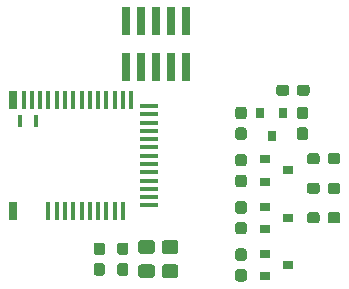
<source format=gtp>
G04 #@! TF.GenerationSoftware,KiCad,Pcbnew,(5.1.2-1)-1*
G04 #@! TF.CreationDate,2019-08-31T04:18:35+09:00*
G04 #@! TF.ProjectId,Schematic,53636865-6d61-4746-9963-2e6b69636164,rev?*
G04 #@! TF.SameCoordinates,Original*
G04 #@! TF.FileFunction,Paste,Top*
G04 #@! TF.FilePolarity,Positive*
%FSLAX46Y46*%
G04 Gerber Fmt 4.6, Leading zero omitted, Abs format (unit mm)*
G04 Created by KiCad (PCBNEW (5.1.2-1)-1) date 2019-08-31 04:18:35*
%MOMM*%
%LPD*%
G04 APERTURE LIST*
%ADD10R,0.800000X1.600000*%
%ADD11R,1.600000X0.400000*%
%ADD12R,0.400000X1.600000*%
%ADD13R,0.400000X1.000000*%
%ADD14C,0.100000*%
%ADD15C,0.950000*%
%ADD16R,0.800000X0.900000*%
%ADD17R,0.900000X0.800000*%
%ADD18C,1.150000*%
%ADD19R,0.740000X2.400000*%
G04 APERTURE END LIST*
D10*
X90700000Y-80950000D03*
D11*
X102200000Y-80450000D03*
D12*
X100700000Y-71550000D03*
D10*
X90700000Y-71550000D03*
D13*
X91250000Y-73350000D03*
X92650000Y-73350000D03*
D11*
X102200000Y-79750000D03*
X102200000Y-79050000D03*
X102200000Y-78350000D03*
X102200000Y-77650000D03*
X102200000Y-76950000D03*
X102200000Y-76250000D03*
X102200000Y-75550000D03*
X102200000Y-74850000D03*
X102200000Y-74150000D03*
X102200000Y-73450000D03*
X102200000Y-72750000D03*
X102200000Y-72050000D03*
D12*
X100000000Y-71550000D03*
X99300000Y-71550000D03*
X98600000Y-71550000D03*
X97900000Y-71550000D03*
X97200000Y-71550000D03*
X96500000Y-71550000D03*
X95800000Y-71550000D03*
X95100000Y-71550000D03*
X94400000Y-71550000D03*
X93700000Y-71550000D03*
X93000000Y-71550000D03*
X92300000Y-71550000D03*
X91600000Y-71550000D03*
X93700000Y-80950000D03*
X94400000Y-80950000D03*
X95100000Y-80950000D03*
X95800000Y-80950000D03*
X96500000Y-80950000D03*
X97200000Y-80950000D03*
X97900000Y-80950000D03*
X98600000Y-80950000D03*
X99300000Y-80950000D03*
X100000000Y-80950000D03*
D14*
G36*
X115585779Y-70226144D02*
G01*
X115608834Y-70229563D01*
X115631443Y-70235227D01*
X115653387Y-70243079D01*
X115674457Y-70253044D01*
X115694448Y-70265026D01*
X115713168Y-70278910D01*
X115730438Y-70294562D01*
X115746090Y-70311832D01*
X115759974Y-70330552D01*
X115771956Y-70350543D01*
X115781921Y-70371613D01*
X115789773Y-70393557D01*
X115795437Y-70416166D01*
X115798856Y-70439221D01*
X115800000Y-70462500D01*
X115800000Y-70937500D01*
X115798856Y-70960779D01*
X115795437Y-70983834D01*
X115789773Y-71006443D01*
X115781921Y-71028387D01*
X115771956Y-71049457D01*
X115759974Y-71069448D01*
X115746090Y-71088168D01*
X115730438Y-71105438D01*
X115713168Y-71121090D01*
X115694448Y-71134974D01*
X115674457Y-71146956D01*
X115653387Y-71156921D01*
X115631443Y-71164773D01*
X115608834Y-71170437D01*
X115585779Y-71173856D01*
X115562500Y-71175000D01*
X114987500Y-71175000D01*
X114964221Y-71173856D01*
X114941166Y-71170437D01*
X114918557Y-71164773D01*
X114896613Y-71156921D01*
X114875543Y-71146956D01*
X114855552Y-71134974D01*
X114836832Y-71121090D01*
X114819562Y-71105438D01*
X114803910Y-71088168D01*
X114790026Y-71069448D01*
X114778044Y-71049457D01*
X114768079Y-71028387D01*
X114760227Y-71006443D01*
X114754563Y-70983834D01*
X114751144Y-70960779D01*
X114750000Y-70937500D01*
X114750000Y-70462500D01*
X114751144Y-70439221D01*
X114754563Y-70416166D01*
X114760227Y-70393557D01*
X114768079Y-70371613D01*
X114778044Y-70350543D01*
X114790026Y-70330552D01*
X114803910Y-70311832D01*
X114819562Y-70294562D01*
X114836832Y-70278910D01*
X114855552Y-70265026D01*
X114875543Y-70253044D01*
X114896613Y-70243079D01*
X114918557Y-70235227D01*
X114941166Y-70229563D01*
X114964221Y-70226144D01*
X114987500Y-70225000D01*
X115562500Y-70225000D01*
X115585779Y-70226144D01*
X115585779Y-70226144D01*
G37*
D15*
X115275000Y-70700000D03*
D14*
G36*
X113835779Y-70226144D02*
G01*
X113858834Y-70229563D01*
X113881443Y-70235227D01*
X113903387Y-70243079D01*
X113924457Y-70253044D01*
X113944448Y-70265026D01*
X113963168Y-70278910D01*
X113980438Y-70294562D01*
X113996090Y-70311832D01*
X114009974Y-70330552D01*
X114021956Y-70350543D01*
X114031921Y-70371613D01*
X114039773Y-70393557D01*
X114045437Y-70416166D01*
X114048856Y-70439221D01*
X114050000Y-70462500D01*
X114050000Y-70937500D01*
X114048856Y-70960779D01*
X114045437Y-70983834D01*
X114039773Y-71006443D01*
X114031921Y-71028387D01*
X114021956Y-71049457D01*
X114009974Y-71069448D01*
X113996090Y-71088168D01*
X113980438Y-71105438D01*
X113963168Y-71121090D01*
X113944448Y-71134974D01*
X113924457Y-71146956D01*
X113903387Y-71156921D01*
X113881443Y-71164773D01*
X113858834Y-71170437D01*
X113835779Y-71173856D01*
X113812500Y-71175000D01*
X113237500Y-71175000D01*
X113214221Y-71173856D01*
X113191166Y-71170437D01*
X113168557Y-71164773D01*
X113146613Y-71156921D01*
X113125543Y-71146956D01*
X113105552Y-71134974D01*
X113086832Y-71121090D01*
X113069562Y-71105438D01*
X113053910Y-71088168D01*
X113040026Y-71069448D01*
X113028044Y-71049457D01*
X113018079Y-71028387D01*
X113010227Y-71006443D01*
X113004563Y-70983834D01*
X113001144Y-70960779D01*
X113000000Y-70937500D01*
X113000000Y-70462500D01*
X113001144Y-70439221D01*
X113004563Y-70416166D01*
X113010227Y-70393557D01*
X113018079Y-70371613D01*
X113028044Y-70350543D01*
X113040026Y-70330552D01*
X113053910Y-70311832D01*
X113069562Y-70294562D01*
X113086832Y-70278910D01*
X113105552Y-70265026D01*
X113125543Y-70253044D01*
X113146613Y-70243079D01*
X113168557Y-70235227D01*
X113191166Y-70229563D01*
X113214221Y-70226144D01*
X113237500Y-70225000D01*
X113812500Y-70225000D01*
X113835779Y-70226144D01*
X113835779Y-70226144D01*
G37*
D15*
X113525000Y-70700000D03*
D16*
X112600000Y-74600000D03*
X111650000Y-72600000D03*
X113550000Y-72600000D03*
D14*
G36*
X98260779Y-85351144D02*
G01*
X98283834Y-85354563D01*
X98306443Y-85360227D01*
X98328387Y-85368079D01*
X98349457Y-85378044D01*
X98369448Y-85390026D01*
X98388168Y-85403910D01*
X98405438Y-85419562D01*
X98421090Y-85436832D01*
X98434974Y-85455552D01*
X98446956Y-85475543D01*
X98456921Y-85496613D01*
X98464773Y-85518557D01*
X98470437Y-85541166D01*
X98473856Y-85564221D01*
X98475000Y-85587500D01*
X98475000Y-86162500D01*
X98473856Y-86185779D01*
X98470437Y-86208834D01*
X98464773Y-86231443D01*
X98456921Y-86253387D01*
X98446956Y-86274457D01*
X98434974Y-86294448D01*
X98421090Y-86313168D01*
X98405438Y-86330438D01*
X98388168Y-86346090D01*
X98369448Y-86359974D01*
X98349457Y-86371956D01*
X98328387Y-86381921D01*
X98306443Y-86389773D01*
X98283834Y-86395437D01*
X98260779Y-86398856D01*
X98237500Y-86400000D01*
X97762500Y-86400000D01*
X97739221Y-86398856D01*
X97716166Y-86395437D01*
X97693557Y-86389773D01*
X97671613Y-86381921D01*
X97650543Y-86371956D01*
X97630552Y-86359974D01*
X97611832Y-86346090D01*
X97594562Y-86330438D01*
X97578910Y-86313168D01*
X97565026Y-86294448D01*
X97553044Y-86274457D01*
X97543079Y-86253387D01*
X97535227Y-86231443D01*
X97529563Y-86208834D01*
X97526144Y-86185779D01*
X97525000Y-86162500D01*
X97525000Y-85587500D01*
X97526144Y-85564221D01*
X97529563Y-85541166D01*
X97535227Y-85518557D01*
X97543079Y-85496613D01*
X97553044Y-85475543D01*
X97565026Y-85455552D01*
X97578910Y-85436832D01*
X97594562Y-85419562D01*
X97611832Y-85403910D01*
X97630552Y-85390026D01*
X97650543Y-85378044D01*
X97671613Y-85368079D01*
X97693557Y-85360227D01*
X97716166Y-85354563D01*
X97739221Y-85351144D01*
X97762500Y-85350000D01*
X98237500Y-85350000D01*
X98260779Y-85351144D01*
X98260779Y-85351144D01*
G37*
D15*
X98000000Y-85875000D03*
D14*
G36*
X98260779Y-83601144D02*
G01*
X98283834Y-83604563D01*
X98306443Y-83610227D01*
X98328387Y-83618079D01*
X98349457Y-83628044D01*
X98369448Y-83640026D01*
X98388168Y-83653910D01*
X98405438Y-83669562D01*
X98421090Y-83686832D01*
X98434974Y-83705552D01*
X98446956Y-83725543D01*
X98456921Y-83746613D01*
X98464773Y-83768557D01*
X98470437Y-83791166D01*
X98473856Y-83814221D01*
X98475000Y-83837500D01*
X98475000Y-84412500D01*
X98473856Y-84435779D01*
X98470437Y-84458834D01*
X98464773Y-84481443D01*
X98456921Y-84503387D01*
X98446956Y-84524457D01*
X98434974Y-84544448D01*
X98421090Y-84563168D01*
X98405438Y-84580438D01*
X98388168Y-84596090D01*
X98369448Y-84609974D01*
X98349457Y-84621956D01*
X98328387Y-84631921D01*
X98306443Y-84639773D01*
X98283834Y-84645437D01*
X98260779Y-84648856D01*
X98237500Y-84650000D01*
X97762500Y-84650000D01*
X97739221Y-84648856D01*
X97716166Y-84645437D01*
X97693557Y-84639773D01*
X97671613Y-84631921D01*
X97650543Y-84621956D01*
X97630552Y-84609974D01*
X97611832Y-84596090D01*
X97594562Y-84580438D01*
X97578910Y-84563168D01*
X97565026Y-84544448D01*
X97553044Y-84524457D01*
X97543079Y-84503387D01*
X97535227Y-84481443D01*
X97529563Y-84458834D01*
X97526144Y-84435779D01*
X97525000Y-84412500D01*
X97525000Y-83837500D01*
X97526144Y-83814221D01*
X97529563Y-83791166D01*
X97535227Y-83768557D01*
X97543079Y-83746613D01*
X97553044Y-83725543D01*
X97565026Y-83705552D01*
X97578910Y-83686832D01*
X97594562Y-83669562D01*
X97611832Y-83653910D01*
X97630552Y-83640026D01*
X97650543Y-83628044D01*
X97671613Y-83618079D01*
X97693557Y-83610227D01*
X97716166Y-83604563D01*
X97739221Y-83601144D01*
X97762500Y-83600000D01*
X98237500Y-83600000D01*
X98260779Y-83601144D01*
X98260779Y-83601144D01*
G37*
D15*
X98000000Y-84125000D03*
D14*
G36*
X110260779Y-73851144D02*
G01*
X110283834Y-73854563D01*
X110306443Y-73860227D01*
X110328387Y-73868079D01*
X110349457Y-73878044D01*
X110369448Y-73890026D01*
X110388168Y-73903910D01*
X110405438Y-73919562D01*
X110421090Y-73936832D01*
X110434974Y-73955552D01*
X110446956Y-73975543D01*
X110456921Y-73996613D01*
X110464773Y-74018557D01*
X110470437Y-74041166D01*
X110473856Y-74064221D01*
X110475000Y-74087500D01*
X110475000Y-74662500D01*
X110473856Y-74685779D01*
X110470437Y-74708834D01*
X110464773Y-74731443D01*
X110456921Y-74753387D01*
X110446956Y-74774457D01*
X110434974Y-74794448D01*
X110421090Y-74813168D01*
X110405438Y-74830438D01*
X110388168Y-74846090D01*
X110369448Y-74859974D01*
X110349457Y-74871956D01*
X110328387Y-74881921D01*
X110306443Y-74889773D01*
X110283834Y-74895437D01*
X110260779Y-74898856D01*
X110237500Y-74900000D01*
X109762500Y-74900000D01*
X109739221Y-74898856D01*
X109716166Y-74895437D01*
X109693557Y-74889773D01*
X109671613Y-74881921D01*
X109650543Y-74871956D01*
X109630552Y-74859974D01*
X109611832Y-74846090D01*
X109594562Y-74830438D01*
X109578910Y-74813168D01*
X109565026Y-74794448D01*
X109553044Y-74774457D01*
X109543079Y-74753387D01*
X109535227Y-74731443D01*
X109529563Y-74708834D01*
X109526144Y-74685779D01*
X109525000Y-74662500D01*
X109525000Y-74087500D01*
X109526144Y-74064221D01*
X109529563Y-74041166D01*
X109535227Y-74018557D01*
X109543079Y-73996613D01*
X109553044Y-73975543D01*
X109565026Y-73955552D01*
X109578910Y-73936832D01*
X109594562Y-73919562D01*
X109611832Y-73903910D01*
X109630552Y-73890026D01*
X109650543Y-73878044D01*
X109671613Y-73868079D01*
X109693557Y-73860227D01*
X109716166Y-73854563D01*
X109739221Y-73851144D01*
X109762500Y-73850000D01*
X110237500Y-73850000D01*
X110260779Y-73851144D01*
X110260779Y-73851144D01*
G37*
D15*
X110000000Y-74375000D03*
D14*
G36*
X110260779Y-72101144D02*
G01*
X110283834Y-72104563D01*
X110306443Y-72110227D01*
X110328387Y-72118079D01*
X110349457Y-72128044D01*
X110369448Y-72140026D01*
X110388168Y-72153910D01*
X110405438Y-72169562D01*
X110421090Y-72186832D01*
X110434974Y-72205552D01*
X110446956Y-72225543D01*
X110456921Y-72246613D01*
X110464773Y-72268557D01*
X110470437Y-72291166D01*
X110473856Y-72314221D01*
X110475000Y-72337500D01*
X110475000Y-72912500D01*
X110473856Y-72935779D01*
X110470437Y-72958834D01*
X110464773Y-72981443D01*
X110456921Y-73003387D01*
X110446956Y-73024457D01*
X110434974Y-73044448D01*
X110421090Y-73063168D01*
X110405438Y-73080438D01*
X110388168Y-73096090D01*
X110369448Y-73109974D01*
X110349457Y-73121956D01*
X110328387Y-73131921D01*
X110306443Y-73139773D01*
X110283834Y-73145437D01*
X110260779Y-73148856D01*
X110237500Y-73150000D01*
X109762500Y-73150000D01*
X109739221Y-73148856D01*
X109716166Y-73145437D01*
X109693557Y-73139773D01*
X109671613Y-73131921D01*
X109650543Y-73121956D01*
X109630552Y-73109974D01*
X109611832Y-73096090D01*
X109594562Y-73080438D01*
X109578910Y-73063168D01*
X109565026Y-73044448D01*
X109553044Y-73024457D01*
X109543079Y-73003387D01*
X109535227Y-72981443D01*
X109529563Y-72958834D01*
X109526144Y-72935779D01*
X109525000Y-72912500D01*
X109525000Y-72337500D01*
X109526144Y-72314221D01*
X109529563Y-72291166D01*
X109535227Y-72268557D01*
X109543079Y-72246613D01*
X109553044Y-72225543D01*
X109565026Y-72205552D01*
X109578910Y-72186832D01*
X109594562Y-72169562D01*
X109611832Y-72153910D01*
X109630552Y-72140026D01*
X109650543Y-72128044D01*
X109671613Y-72118079D01*
X109693557Y-72110227D01*
X109716166Y-72104563D01*
X109739221Y-72101144D01*
X109762500Y-72100000D01*
X110237500Y-72100000D01*
X110260779Y-72101144D01*
X110260779Y-72101144D01*
G37*
D15*
X110000000Y-72625000D03*
D14*
G36*
X115460779Y-73851144D02*
G01*
X115483834Y-73854563D01*
X115506443Y-73860227D01*
X115528387Y-73868079D01*
X115549457Y-73878044D01*
X115569448Y-73890026D01*
X115588168Y-73903910D01*
X115605438Y-73919562D01*
X115621090Y-73936832D01*
X115634974Y-73955552D01*
X115646956Y-73975543D01*
X115656921Y-73996613D01*
X115664773Y-74018557D01*
X115670437Y-74041166D01*
X115673856Y-74064221D01*
X115675000Y-74087500D01*
X115675000Y-74662500D01*
X115673856Y-74685779D01*
X115670437Y-74708834D01*
X115664773Y-74731443D01*
X115656921Y-74753387D01*
X115646956Y-74774457D01*
X115634974Y-74794448D01*
X115621090Y-74813168D01*
X115605438Y-74830438D01*
X115588168Y-74846090D01*
X115569448Y-74859974D01*
X115549457Y-74871956D01*
X115528387Y-74881921D01*
X115506443Y-74889773D01*
X115483834Y-74895437D01*
X115460779Y-74898856D01*
X115437500Y-74900000D01*
X114962500Y-74900000D01*
X114939221Y-74898856D01*
X114916166Y-74895437D01*
X114893557Y-74889773D01*
X114871613Y-74881921D01*
X114850543Y-74871956D01*
X114830552Y-74859974D01*
X114811832Y-74846090D01*
X114794562Y-74830438D01*
X114778910Y-74813168D01*
X114765026Y-74794448D01*
X114753044Y-74774457D01*
X114743079Y-74753387D01*
X114735227Y-74731443D01*
X114729563Y-74708834D01*
X114726144Y-74685779D01*
X114725000Y-74662500D01*
X114725000Y-74087500D01*
X114726144Y-74064221D01*
X114729563Y-74041166D01*
X114735227Y-74018557D01*
X114743079Y-73996613D01*
X114753044Y-73975543D01*
X114765026Y-73955552D01*
X114778910Y-73936832D01*
X114794562Y-73919562D01*
X114811832Y-73903910D01*
X114830552Y-73890026D01*
X114850543Y-73878044D01*
X114871613Y-73868079D01*
X114893557Y-73860227D01*
X114916166Y-73854563D01*
X114939221Y-73851144D01*
X114962500Y-73850000D01*
X115437500Y-73850000D01*
X115460779Y-73851144D01*
X115460779Y-73851144D01*
G37*
D15*
X115200000Y-74375000D03*
D14*
G36*
X115460779Y-72101144D02*
G01*
X115483834Y-72104563D01*
X115506443Y-72110227D01*
X115528387Y-72118079D01*
X115549457Y-72128044D01*
X115569448Y-72140026D01*
X115588168Y-72153910D01*
X115605438Y-72169562D01*
X115621090Y-72186832D01*
X115634974Y-72205552D01*
X115646956Y-72225543D01*
X115656921Y-72246613D01*
X115664773Y-72268557D01*
X115670437Y-72291166D01*
X115673856Y-72314221D01*
X115675000Y-72337500D01*
X115675000Y-72912500D01*
X115673856Y-72935779D01*
X115670437Y-72958834D01*
X115664773Y-72981443D01*
X115656921Y-73003387D01*
X115646956Y-73024457D01*
X115634974Y-73044448D01*
X115621090Y-73063168D01*
X115605438Y-73080438D01*
X115588168Y-73096090D01*
X115569448Y-73109974D01*
X115549457Y-73121956D01*
X115528387Y-73131921D01*
X115506443Y-73139773D01*
X115483834Y-73145437D01*
X115460779Y-73148856D01*
X115437500Y-73150000D01*
X114962500Y-73150000D01*
X114939221Y-73148856D01*
X114916166Y-73145437D01*
X114893557Y-73139773D01*
X114871613Y-73131921D01*
X114850543Y-73121956D01*
X114830552Y-73109974D01*
X114811832Y-73096090D01*
X114794562Y-73080438D01*
X114778910Y-73063168D01*
X114765026Y-73044448D01*
X114753044Y-73024457D01*
X114743079Y-73003387D01*
X114735227Y-72981443D01*
X114729563Y-72958834D01*
X114726144Y-72935779D01*
X114725000Y-72912500D01*
X114725000Y-72337500D01*
X114726144Y-72314221D01*
X114729563Y-72291166D01*
X114735227Y-72268557D01*
X114743079Y-72246613D01*
X114753044Y-72225543D01*
X114765026Y-72205552D01*
X114778910Y-72186832D01*
X114794562Y-72169562D01*
X114811832Y-72153910D01*
X114830552Y-72140026D01*
X114850543Y-72128044D01*
X114871613Y-72118079D01*
X114893557Y-72110227D01*
X114916166Y-72104563D01*
X114939221Y-72101144D01*
X114962500Y-72100000D01*
X115437500Y-72100000D01*
X115460779Y-72101144D01*
X115460779Y-72101144D01*
G37*
D15*
X115200000Y-72625000D03*
D14*
G36*
X118185779Y-81026144D02*
G01*
X118208834Y-81029563D01*
X118231443Y-81035227D01*
X118253387Y-81043079D01*
X118274457Y-81053044D01*
X118294448Y-81065026D01*
X118313168Y-81078910D01*
X118330438Y-81094562D01*
X118346090Y-81111832D01*
X118359974Y-81130552D01*
X118371956Y-81150543D01*
X118381921Y-81171613D01*
X118389773Y-81193557D01*
X118395437Y-81216166D01*
X118398856Y-81239221D01*
X118400000Y-81262500D01*
X118400000Y-81737500D01*
X118398856Y-81760779D01*
X118395437Y-81783834D01*
X118389773Y-81806443D01*
X118381921Y-81828387D01*
X118371956Y-81849457D01*
X118359974Y-81869448D01*
X118346090Y-81888168D01*
X118330438Y-81905438D01*
X118313168Y-81921090D01*
X118294448Y-81934974D01*
X118274457Y-81946956D01*
X118253387Y-81956921D01*
X118231443Y-81964773D01*
X118208834Y-81970437D01*
X118185779Y-81973856D01*
X118162500Y-81975000D01*
X117587500Y-81975000D01*
X117564221Y-81973856D01*
X117541166Y-81970437D01*
X117518557Y-81964773D01*
X117496613Y-81956921D01*
X117475543Y-81946956D01*
X117455552Y-81934974D01*
X117436832Y-81921090D01*
X117419562Y-81905438D01*
X117403910Y-81888168D01*
X117390026Y-81869448D01*
X117378044Y-81849457D01*
X117368079Y-81828387D01*
X117360227Y-81806443D01*
X117354563Y-81783834D01*
X117351144Y-81760779D01*
X117350000Y-81737500D01*
X117350000Y-81262500D01*
X117351144Y-81239221D01*
X117354563Y-81216166D01*
X117360227Y-81193557D01*
X117368079Y-81171613D01*
X117378044Y-81150543D01*
X117390026Y-81130552D01*
X117403910Y-81111832D01*
X117419562Y-81094562D01*
X117436832Y-81078910D01*
X117455552Y-81065026D01*
X117475543Y-81053044D01*
X117496613Y-81043079D01*
X117518557Y-81035227D01*
X117541166Y-81029563D01*
X117564221Y-81026144D01*
X117587500Y-81025000D01*
X118162500Y-81025000D01*
X118185779Y-81026144D01*
X118185779Y-81026144D01*
G37*
D15*
X117875000Y-81500000D03*
D14*
G36*
X116435779Y-81026144D02*
G01*
X116458834Y-81029563D01*
X116481443Y-81035227D01*
X116503387Y-81043079D01*
X116524457Y-81053044D01*
X116544448Y-81065026D01*
X116563168Y-81078910D01*
X116580438Y-81094562D01*
X116596090Y-81111832D01*
X116609974Y-81130552D01*
X116621956Y-81150543D01*
X116631921Y-81171613D01*
X116639773Y-81193557D01*
X116645437Y-81216166D01*
X116648856Y-81239221D01*
X116650000Y-81262500D01*
X116650000Y-81737500D01*
X116648856Y-81760779D01*
X116645437Y-81783834D01*
X116639773Y-81806443D01*
X116631921Y-81828387D01*
X116621956Y-81849457D01*
X116609974Y-81869448D01*
X116596090Y-81888168D01*
X116580438Y-81905438D01*
X116563168Y-81921090D01*
X116544448Y-81934974D01*
X116524457Y-81946956D01*
X116503387Y-81956921D01*
X116481443Y-81964773D01*
X116458834Y-81970437D01*
X116435779Y-81973856D01*
X116412500Y-81975000D01*
X115837500Y-81975000D01*
X115814221Y-81973856D01*
X115791166Y-81970437D01*
X115768557Y-81964773D01*
X115746613Y-81956921D01*
X115725543Y-81946956D01*
X115705552Y-81934974D01*
X115686832Y-81921090D01*
X115669562Y-81905438D01*
X115653910Y-81888168D01*
X115640026Y-81869448D01*
X115628044Y-81849457D01*
X115618079Y-81828387D01*
X115610227Y-81806443D01*
X115604563Y-81783834D01*
X115601144Y-81760779D01*
X115600000Y-81737500D01*
X115600000Y-81262500D01*
X115601144Y-81239221D01*
X115604563Y-81216166D01*
X115610227Y-81193557D01*
X115618079Y-81171613D01*
X115628044Y-81150543D01*
X115640026Y-81130552D01*
X115653910Y-81111832D01*
X115669562Y-81094562D01*
X115686832Y-81078910D01*
X115705552Y-81065026D01*
X115725543Y-81053044D01*
X115746613Y-81043079D01*
X115768557Y-81035227D01*
X115791166Y-81029563D01*
X115814221Y-81026144D01*
X115837500Y-81025000D01*
X116412500Y-81025000D01*
X116435779Y-81026144D01*
X116435779Y-81026144D01*
G37*
D15*
X116125000Y-81500000D03*
D14*
G36*
X118185779Y-78526144D02*
G01*
X118208834Y-78529563D01*
X118231443Y-78535227D01*
X118253387Y-78543079D01*
X118274457Y-78553044D01*
X118294448Y-78565026D01*
X118313168Y-78578910D01*
X118330438Y-78594562D01*
X118346090Y-78611832D01*
X118359974Y-78630552D01*
X118371956Y-78650543D01*
X118381921Y-78671613D01*
X118389773Y-78693557D01*
X118395437Y-78716166D01*
X118398856Y-78739221D01*
X118400000Y-78762500D01*
X118400000Y-79237500D01*
X118398856Y-79260779D01*
X118395437Y-79283834D01*
X118389773Y-79306443D01*
X118381921Y-79328387D01*
X118371956Y-79349457D01*
X118359974Y-79369448D01*
X118346090Y-79388168D01*
X118330438Y-79405438D01*
X118313168Y-79421090D01*
X118294448Y-79434974D01*
X118274457Y-79446956D01*
X118253387Y-79456921D01*
X118231443Y-79464773D01*
X118208834Y-79470437D01*
X118185779Y-79473856D01*
X118162500Y-79475000D01*
X117587500Y-79475000D01*
X117564221Y-79473856D01*
X117541166Y-79470437D01*
X117518557Y-79464773D01*
X117496613Y-79456921D01*
X117475543Y-79446956D01*
X117455552Y-79434974D01*
X117436832Y-79421090D01*
X117419562Y-79405438D01*
X117403910Y-79388168D01*
X117390026Y-79369448D01*
X117378044Y-79349457D01*
X117368079Y-79328387D01*
X117360227Y-79306443D01*
X117354563Y-79283834D01*
X117351144Y-79260779D01*
X117350000Y-79237500D01*
X117350000Y-78762500D01*
X117351144Y-78739221D01*
X117354563Y-78716166D01*
X117360227Y-78693557D01*
X117368079Y-78671613D01*
X117378044Y-78650543D01*
X117390026Y-78630552D01*
X117403910Y-78611832D01*
X117419562Y-78594562D01*
X117436832Y-78578910D01*
X117455552Y-78565026D01*
X117475543Y-78553044D01*
X117496613Y-78543079D01*
X117518557Y-78535227D01*
X117541166Y-78529563D01*
X117564221Y-78526144D01*
X117587500Y-78525000D01*
X118162500Y-78525000D01*
X118185779Y-78526144D01*
X118185779Y-78526144D01*
G37*
D15*
X117875000Y-79000000D03*
D14*
G36*
X116435779Y-78526144D02*
G01*
X116458834Y-78529563D01*
X116481443Y-78535227D01*
X116503387Y-78543079D01*
X116524457Y-78553044D01*
X116544448Y-78565026D01*
X116563168Y-78578910D01*
X116580438Y-78594562D01*
X116596090Y-78611832D01*
X116609974Y-78630552D01*
X116621956Y-78650543D01*
X116631921Y-78671613D01*
X116639773Y-78693557D01*
X116645437Y-78716166D01*
X116648856Y-78739221D01*
X116650000Y-78762500D01*
X116650000Y-79237500D01*
X116648856Y-79260779D01*
X116645437Y-79283834D01*
X116639773Y-79306443D01*
X116631921Y-79328387D01*
X116621956Y-79349457D01*
X116609974Y-79369448D01*
X116596090Y-79388168D01*
X116580438Y-79405438D01*
X116563168Y-79421090D01*
X116544448Y-79434974D01*
X116524457Y-79446956D01*
X116503387Y-79456921D01*
X116481443Y-79464773D01*
X116458834Y-79470437D01*
X116435779Y-79473856D01*
X116412500Y-79475000D01*
X115837500Y-79475000D01*
X115814221Y-79473856D01*
X115791166Y-79470437D01*
X115768557Y-79464773D01*
X115746613Y-79456921D01*
X115725543Y-79446956D01*
X115705552Y-79434974D01*
X115686832Y-79421090D01*
X115669562Y-79405438D01*
X115653910Y-79388168D01*
X115640026Y-79369448D01*
X115628044Y-79349457D01*
X115618079Y-79328387D01*
X115610227Y-79306443D01*
X115604563Y-79283834D01*
X115601144Y-79260779D01*
X115600000Y-79237500D01*
X115600000Y-78762500D01*
X115601144Y-78739221D01*
X115604563Y-78716166D01*
X115610227Y-78693557D01*
X115618079Y-78671613D01*
X115628044Y-78650543D01*
X115640026Y-78630552D01*
X115653910Y-78611832D01*
X115669562Y-78594562D01*
X115686832Y-78578910D01*
X115705552Y-78565026D01*
X115725543Y-78553044D01*
X115746613Y-78543079D01*
X115768557Y-78535227D01*
X115791166Y-78529563D01*
X115814221Y-78526144D01*
X115837500Y-78525000D01*
X116412500Y-78525000D01*
X116435779Y-78526144D01*
X116435779Y-78526144D01*
G37*
D15*
X116125000Y-79000000D03*
D14*
G36*
X118185779Y-76026144D02*
G01*
X118208834Y-76029563D01*
X118231443Y-76035227D01*
X118253387Y-76043079D01*
X118274457Y-76053044D01*
X118294448Y-76065026D01*
X118313168Y-76078910D01*
X118330438Y-76094562D01*
X118346090Y-76111832D01*
X118359974Y-76130552D01*
X118371956Y-76150543D01*
X118381921Y-76171613D01*
X118389773Y-76193557D01*
X118395437Y-76216166D01*
X118398856Y-76239221D01*
X118400000Y-76262500D01*
X118400000Y-76737500D01*
X118398856Y-76760779D01*
X118395437Y-76783834D01*
X118389773Y-76806443D01*
X118381921Y-76828387D01*
X118371956Y-76849457D01*
X118359974Y-76869448D01*
X118346090Y-76888168D01*
X118330438Y-76905438D01*
X118313168Y-76921090D01*
X118294448Y-76934974D01*
X118274457Y-76946956D01*
X118253387Y-76956921D01*
X118231443Y-76964773D01*
X118208834Y-76970437D01*
X118185779Y-76973856D01*
X118162500Y-76975000D01*
X117587500Y-76975000D01*
X117564221Y-76973856D01*
X117541166Y-76970437D01*
X117518557Y-76964773D01*
X117496613Y-76956921D01*
X117475543Y-76946956D01*
X117455552Y-76934974D01*
X117436832Y-76921090D01*
X117419562Y-76905438D01*
X117403910Y-76888168D01*
X117390026Y-76869448D01*
X117378044Y-76849457D01*
X117368079Y-76828387D01*
X117360227Y-76806443D01*
X117354563Y-76783834D01*
X117351144Y-76760779D01*
X117350000Y-76737500D01*
X117350000Y-76262500D01*
X117351144Y-76239221D01*
X117354563Y-76216166D01*
X117360227Y-76193557D01*
X117368079Y-76171613D01*
X117378044Y-76150543D01*
X117390026Y-76130552D01*
X117403910Y-76111832D01*
X117419562Y-76094562D01*
X117436832Y-76078910D01*
X117455552Y-76065026D01*
X117475543Y-76053044D01*
X117496613Y-76043079D01*
X117518557Y-76035227D01*
X117541166Y-76029563D01*
X117564221Y-76026144D01*
X117587500Y-76025000D01*
X118162500Y-76025000D01*
X118185779Y-76026144D01*
X118185779Y-76026144D01*
G37*
D15*
X117875000Y-76500000D03*
D14*
G36*
X116435779Y-76026144D02*
G01*
X116458834Y-76029563D01*
X116481443Y-76035227D01*
X116503387Y-76043079D01*
X116524457Y-76053044D01*
X116544448Y-76065026D01*
X116563168Y-76078910D01*
X116580438Y-76094562D01*
X116596090Y-76111832D01*
X116609974Y-76130552D01*
X116621956Y-76150543D01*
X116631921Y-76171613D01*
X116639773Y-76193557D01*
X116645437Y-76216166D01*
X116648856Y-76239221D01*
X116650000Y-76262500D01*
X116650000Y-76737500D01*
X116648856Y-76760779D01*
X116645437Y-76783834D01*
X116639773Y-76806443D01*
X116631921Y-76828387D01*
X116621956Y-76849457D01*
X116609974Y-76869448D01*
X116596090Y-76888168D01*
X116580438Y-76905438D01*
X116563168Y-76921090D01*
X116544448Y-76934974D01*
X116524457Y-76946956D01*
X116503387Y-76956921D01*
X116481443Y-76964773D01*
X116458834Y-76970437D01*
X116435779Y-76973856D01*
X116412500Y-76975000D01*
X115837500Y-76975000D01*
X115814221Y-76973856D01*
X115791166Y-76970437D01*
X115768557Y-76964773D01*
X115746613Y-76956921D01*
X115725543Y-76946956D01*
X115705552Y-76934974D01*
X115686832Y-76921090D01*
X115669562Y-76905438D01*
X115653910Y-76888168D01*
X115640026Y-76869448D01*
X115628044Y-76849457D01*
X115618079Y-76828387D01*
X115610227Y-76806443D01*
X115604563Y-76783834D01*
X115601144Y-76760779D01*
X115600000Y-76737500D01*
X115600000Y-76262500D01*
X115601144Y-76239221D01*
X115604563Y-76216166D01*
X115610227Y-76193557D01*
X115618079Y-76171613D01*
X115628044Y-76150543D01*
X115640026Y-76130552D01*
X115653910Y-76111832D01*
X115669562Y-76094562D01*
X115686832Y-76078910D01*
X115705552Y-76065026D01*
X115725543Y-76053044D01*
X115746613Y-76043079D01*
X115768557Y-76035227D01*
X115791166Y-76029563D01*
X115814221Y-76026144D01*
X115837500Y-76025000D01*
X116412500Y-76025000D01*
X116435779Y-76026144D01*
X116435779Y-76026144D01*
G37*
D15*
X116125000Y-76500000D03*
D14*
G36*
X110260779Y-85851144D02*
G01*
X110283834Y-85854563D01*
X110306443Y-85860227D01*
X110328387Y-85868079D01*
X110349457Y-85878044D01*
X110369448Y-85890026D01*
X110388168Y-85903910D01*
X110405438Y-85919562D01*
X110421090Y-85936832D01*
X110434974Y-85955552D01*
X110446956Y-85975543D01*
X110456921Y-85996613D01*
X110464773Y-86018557D01*
X110470437Y-86041166D01*
X110473856Y-86064221D01*
X110475000Y-86087500D01*
X110475000Y-86662500D01*
X110473856Y-86685779D01*
X110470437Y-86708834D01*
X110464773Y-86731443D01*
X110456921Y-86753387D01*
X110446956Y-86774457D01*
X110434974Y-86794448D01*
X110421090Y-86813168D01*
X110405438Y-86830438D01*
X110388168Y-86846090D01*
X110369448Y-86859974D01*
X110349457Y-86871956D01*
X110328387Y-86881921D01*
X110306443Y-86889773D01*
X110283834Y-86895437D01*
X110260779Y-86898856D01*
X110237500Y-86900000D01*
X109762500Y-86900000D01*
X109739221Y-86898856D01*
X109716166Y-86895437D01*
X109693557Y-86889773D01*
X109671613Y-86881921D01*
X109650543Y-86871956D01*
X109630552Y-86859974D01*
X109611832Y-86846090D01*
X109594562Y-86830438D01*
X109578910Y-86813168D01*
X109565026Y-86794448D01*
X109553044Y-86774457D01*
X109543079Y-86753387D01*
X109535227Y-86731443D01*
X109529563Y-86708834D01*
X109526144Y-86685779D01*
X109525000Y-86662500D01*
X109525000Y-86087500D01*
X109526144Y-86064221D01*
X109529563Y-86041166D01*
X109535227Y-86018557D01*
X109543079Y-85996613D01*
X109553044Y-85975543D01*
X109565026Y-85955552D01*
X109578910Y-85936832D01*
X109594562Y-85919562D01*
X109611832Y-85903910D01*
X109630552Y-85890026D01*
X109650543Y-85878044D01*
X109671613Y-85868079D01*
X109693557Y-85860227D01*
X109716166Y-85854563D01*
X109739221Y-85851144D01*
X109762500Y-85850000D01*
X110237500Y-85850000D01*
X110260779Y-85851144D01*
X110260779Y-85851144D01*
G37*
D15*
X110000000Y-86375000D03*
D14*
G36*
X110260779Y-84101144D02*
G01*
X110283834Y-84104563D01*
X110306443Y-84110227D01*
X110328387Y-84118079D01*
X110349457Y-84128044D01*
X110369448Y-84140026D01*
X110388168Y-84153910D01*
X110405438Y-84169562D01*
X110421090Y-84186832D01*
X110434974Y-84205552D01*
X110446956Y-84225543D01*
X110456921Y-84246613D01*
X110464773Y-84268557D01*
X110470437Y-84291166D01*
X110473856Y-84314221D01*
X110475000Y-84337500D01*
X110475000Y-84912500D01*
X110473856Y-84935779D01*
X110470437Y-84958834D01*
X110464773Y-84981443D01*
X110456921Y-85003387D01*
X110446956Y-85024457D01*
X110434974Y-85044448D01*
X110421090Y-85063168D01*
X110405438Y-85080438D01*
X110388168Y-85096090D01*
X110369448Y-85109974D01*
X110349457Y-85121956D01*
X110328387Y-85131921D01*
X110306443Y-85139773D01*
X110283834Y-85145437D01*
X110260779Y-85148856D01*
X110237500Y-85150000D01*
X109762500Y-85150000D01*
X109739221Y-85148856D01*
X109716166Y-85145437D01*
X109693557Y-85139773D01*
X109671613Y-85131921D01*
X109650543Y-85121956D01*
X109630552Y-85109974D01*
X109611832Y-85096090D01*
X109594562Y-85080438D01*
X109578910Y-85063168D01*
X109565026Y-85044448D01*
X109553044Y-85024457D01*
X109543079Y-85003387D01*
X109535227Y-84981443D01*
X109529563Y-84958834D01*
X109526144Y-84935779D01*
X109525000Y-84912500D01*
X109525000Y-84337500D01*
X109526144Y-84314221D01*
X109529563Y-84291166D01*
X109535227Y-84268557D01*
X109543079Y-84246613D01*
X109553044Y-84225543D01*
X109565026Y-84205552D01*
X109578910Y-84186832D01*
X109594562Y-84169562D01*
X109611832Y-84153910D01*
X109630552Y-84140026D01*
X109650543Y-84128044D01*
X109671613Y-84118079D01*
X109693557Y-84110227D01*
X109716166Y-84104563D01*
X109739221Y-84101144D01*
X109762500Y-84100000D01*
X110237500Y-84100000D01*
X110260779Y-84101144D01*
X110260779Y-84101144D01*
G37*
D15*
X110000000Y-84625000D03*
D14*
G36*
X110260779Y-81851144D02*
G01*
X110283834Y-81854563D01*
X110306443Y-81860227D01*
X110328387Y-81868079D01*
X110349457Y-81878044D01*
X110369448Y-81890026D01*
X110388168Y-81903910D01*
X110405438Y-81919562D01*
X110421090Y-81936832D01*
X110434974Y-81955552D01*
X110446956Y-81975543D01*
X110456921Y-81996613D01*
X110464773Y-82018557D01*
X110470437Y-82041166D01*
X110473856Y-82064221D01*
X110475000Y-82087500D01*
X110475000Y-82662500D01*
X110473856Y-82685779D01*
X110470437Y-82708834D01*
X110464773Y-82731443D01*
X110456921Y-82753387D01*
X110446956Y-82774457D01*
X110434974Y-82794448D01*
X110421090Y-82813168D01*
X110405438Y-82830438D01*
X110388168Y-82846090D01*
X110369448Y-82859974D01*
X110349457Y-82871956D01*
X110328387Y-82881921D01*
X110306443Y-82889773D01*
X110283834Y-82895437D01*
X110260779Y-82898856D01*
X110237500Y-82900000D01*
X109762500Y-82900000D01*
X109739221Y-82898856D01*
X109716166Y-82895437D01*
X109693557Y-82889773D01*
X109671613Y-82881921D01*
X109650543Y-82871956D01*
X109630552Y-82859974D01*
X109611832Y-82846090D01*
X109594562Y-82830438D01*
X109578910Y-82813168D01*
X109565026Y-82794448D01*
X109553044Y-82774457D01*
X109543079Y-82753387D01*
X109535227Y-82731443D01*
X109529563Y-82708834D01*
X109526144Y-82685779D01*
X109525000Y-82662500D01*
X109525000Y-82087500D01*
X109526144Y-82064221D01*
X109529563Y-82041166D01*
X109535227Y-82018557D01*
X109543079Y-81996613D01*
X109553044Y-81975543D01*
X109565026Y-81955552D01*
X109578910Y-81936832D01*
X109594562Y-81919562D01*
X109611832Y-81903910D01*
X109630552Y-81890026D01*
X109650543Y-81878044D01*
X109671613Y-81868079D01*
X109693557Y-81860227D01*
X109716166Y-81854563D01*
X109739221Y-81851144D01*
X109762500Y-81850000D01*
X110237500Y-81850000D01*
X110260779Y-81851144D01*
X110260779Y-81851144D01*
G37*
D15*
X110000000Y-82375000D03*
D14*
G36*
X110260779Y-80101144D02*
G01*
X110283834Y-80104563D01*
X110306443Y-80110227D01*
X110328387Y-80118079D01*
X110349457Y-80128044D01*
X110369448Y-80140026D01*
X110388168Y-80153910D01*
X110405438Y-80169562D01*
X110421090Y-80186832D01*
X110434974Y-80205552D01*
X110446956Y-80225543D01*
X110456921Y-80246613D01*
X110464773Y-80268557D01*
X110470437Y-80291166D01*
X110473856Y-80314221D01*
X110475000Y-80337500D01*
X110475000Y-80912500D01*
X110473856Y-80935779D01*
X110470437Y-80958834D01*
X110464773Y-80981443D01*
X110456921Y-81003387D01*
X110446956Y-81024457D01*
X110434974Y-81044448D01*
X110421090Y-81063168D01*
X110405438Y-81080438D01*
X110388168Y-81096090D01*
X110369448Y-81109974D01*
X110349457Y-81121956D01*
X110328387Y-81131921D01*
X110306443Y-81139773D01*
X110283834Y-81145437D01*
X110260779Y-81148856D01*
X110237500Y-81150000D01*
X109762500Y-81150000D01*
X109739221Y-81148856D01*
X109716166Y-81145437D01*
X109693557Y-81139773D01*
X109671613Y-81131921D01*
X109650543Y-81121956D01*
X109630552Y-81109974D01*
X109611832Y-81096090D01*
X109594562Y-81080438D01*
X109578910Y-81063168D01*
X109565026Y-81044448D01*
X109553044Y-81024457D01*
X109543079Y-81003387D01*
X109535227Y-80981443D01*
X109529563Y-80958834D01*
X109526144Y-80935779D01*
X109525000Y-80912500D01*
X109525000Y-80337500D01*
X109526144Y-80314221D01*
X109529563Y-80291166D01*
X109535227Y-80268557D01*
X109543079Y-80246613D01*
X109553044Y-80225543D01*
X109565026Y-80205552D01*
X109578910Y-80186832D01*
X109594562Y-80169562D01*
X109611832Y-80153910D01*
X109630552Y-80140026D01*
X109650543Y-80128044D01*
X109671613Y-80118079D01*
X109693557Y-80110227D01*
X109716166Y-80104563D01*
X109739221Y-80101144D01*
X109762500Y-80100000D01*
X110237500Y-80100000D01*
X110260779Y-80101144D01*
X110260779Y-80101144D01*
G37*
D15*
X110000000Y-80625000D03*
D14*
G36*
X110260779Y-77851144D02*
G01*
X110283834Y-77854563D01*
X110306443Y-77860227D01*
X110328387Y-77868079D01*
X110349457Y-77878044D01*
X110369448Y-77890026D01*
X110388168Y-77903910D01*
X110405438Y-77919562D01*
X110421090Y-77936832D01*
X110434974Y-77955552D01*
X110446956Y-77975543D01*
X110456921Y-77996613D01*
X110464773Y-78018557D01*
X110470437Y-78041166D01*
X110473856Y-78064221D01*
X110475000Y-78087500D01*
X110475000Y-78662500D01*
X110473856Y-78685779D01*
X110470437Y-78708834D01*
X110464773Y-78731443D01*
X110456921Y-78753387D01*
X110446956Y-78774457D01*
X110434974Y-78794448D01*
X110421090Y-78813168D01*
X110405438Y-78830438D01*
X110388168Y-78846090D01*
X110369448Y-78859974D01*
X110349457Y-78871956D01*
X110328387Y-78881921D01*
X110306443Y-78889773D01*
X110283834Y-78895437D01*
X110260779Y-78898856D01*
X110237500Y-78900000D01*
X109762500Y-78900000D01*
X109739221Y-78898856D01*
X109716166Y-78895437D01*
X109693557Y-78889773D01*
X109671613Y-78881921D01*
X109650543Y-78871956D01*
X109630552Y-78859974D01*
X109611832Y-78846090D01*
X109594562Y-78830438D01*
X109578910Y-78813168D01*
X109565026Y-78794448D01*
X109553044Y-78774457D01*
X109543079Y-78753387D01*
X109535227Y-78731443D01*
X109529563Y-78708834D01*
X109526144Y-78685779D01*
X109525000Y-78662500D01*
X109525000Y-78087500D01*
X109526144Y-78064221D01*
X109529563Y-78041166D01*
X109535227Y-78018557D01*
X109543079Y-77996613D01*
X109553044Y-77975543D01*
X109565026Y-77955552D01*
X109578910Y-77936832D01*
X109594562Y-77919562D01*
X109611832Y-77903910D01*
X109630552Y-77890026D01*
X109650543Y-77878044D01*
X109671613Y-77868079D01*
X109693557Y-77860227D01*
X109716166Y-77854563D01*
X109739221Y-77851144D01*
X109762500Y-77850000D01*
X110237500Y-77850000D01*
X110260779Y-77851144D01*
X110260779Y-77851144D01*
G37*
D15*
X110000000Y-78375000D03*
D14*
G36*
X110260779Y-76101144D02*
G01*
X110283834Y-76104563D01*
X110306443Y-76110227D01*
X110328387Y-76118079D01*
X110349457Y-76128044D01*
X110369448Y-76140026D01*
X110388168Y-76153910D01*
X110405438Y-76169562D01*
X110421090Y-76186832D01*
X110434974Y-76205552D01*
X110446956Y-76225543D01*
X110456921Y-76246613D01*
X110464773Y-76268557D01*
X110470437Y-76291166D01*
X110473856Y-76314221D01*
X110475000Y-76337500D01*
X110475000Y-76912500D01*
X110473856Y-76935779D01*
X110470437Y-76958834D01*
X110464773Y-76981443D01*
X110456921Y-77003387D01*
X110446956Y-77024457D01*
X110434974Y-77044448D01*
X110421090Y-77063168D01*
X110405438Y-77080438D01*
X110388168Y-77096090D01*
X110369448Y-77109974D01*
X110349457Y-77121956D01*
X110328387Y-77131921D01*
X110306443Y-77139773D01*
X110283834Y-77145437D01*
X110260779Y-77148856D01*
X110237500Y-77150000D01*
X109762500Y-77150000D01*
X109739221Y-77148856D01*
X109716166Y-77145437D01*
X109693557Y-77139773D01*
X109671613Y-77131921D01*
X109650543Y-77121956D01*
X109630552Y-77109974D01*
X109611832Y-77096090D01*
X109594562Y-77080438D01*
X109578910Y-77063168D01*
X109565026Y-77044448D01*
X109553044Y-77024457D01*
X109543079Y-77003387D01*
X109535227Y-76981443D01*
X109529563Y-76958834D01*
X109526144Y-76935779D01*
X109525000Y-76912500D01*
X109525000Y-76337500D01*
X109526144Y-76314221D01*
X109529563Y-76291166D01*
X109535227Y-76268557D01*
X109543079Y-76246613D01*
X109553044Y-76225543D01*
X109565026Y-76205552D01*
X109578910Y-76186832D01*
X109594562Y-76169562D01*
X109611832Y-76153910D01*
X109630552Y-76140026D01*
X109650543Y-76128044D01*
X109671613Y-76118079D01*
X109693557Y-76110227D01*
X109716166Y-76104563D01*
X109739221Y-76101144D01*
X109762500Y-76100000D01*
X110237500Y-76100000D01*
X110260779Y-76101144D01*
X110260779Y-76101144D01*
G37*
D15*
X110000000Y-76625000D03*
D17*
X114000000Y-85500000D03*
X112000000Y-86450000D03*
X112000000Y-84550000D03*
X114000000Y-81500000D03*
X112000000Y-82450000D03*
X112000000Y-80550000D03*
X114000000Y-77500000D03*
X112000000Y-78450000D03*
X112000000Y-76550000D03*
D14*
G36*
X102474505Y-83401204D02*
G01*
X102498773Y-83404804D01*
X102522572Y-83410765D01*
X102545671Y-83419030D01*
X102567850Y-83429520D01*
X102588893Y-83442132D01*
X102608599Y-83456747D01*
X102626777Y-83473223D01*
X102643253Y-83491401D01*
X102657868Y-83511107D01*
X102670480Y-83532150D01*
X102680970Y-83554329D01*
X102689235Y-83577428D01*
X102695196Y-83601227D01*
X102698796Y-83625495D01*
X102700000Y-83649999D01*
X102700000Y-84300001D01*
X102698796Y-84324505D01*
X102695196Y-84348773D01*
X102689235Y-84372572D01*
X102680970Y-84395671D01*
X102670480Y-84417850D01*
X102657868Y-84438893D01*
X102643253Y-84458599D01*
X102626777Y-84476777D01*
X102608599Y-84493253D01*
X102588893Y-84507868D01*
X102567850Y-84520480D01*
X102545671Y-84530970D01*
X102522572Y-84539235D01*
X102498773Y-84545196D01*
X102474505Y-84548796D01*
X102450001Y-84550000D01*
X101549999Y-84550000D01*
X101525495Y-84548796D01*
X101501227Y-84545196D01*
X101477428Y-84539235D01*
X101454329Y-84530970D01*
X101432150Y-84520480D01*
X101411107Y-84507868D01*
X101391401Y-84493253D01*
X101373223Y-84476777D01*
X101356747Y-84458599D01*
X101342132Y-84438893D01*
X101329520Y-84417850D01*
X101319030Y-84395671D01*
X101310765Y-84372572D01*
X101304804Y-84348773D01*
X101301204Y-84324505D01*
X101300000Y-84300001D01*
X101300000Y-83649999D01*
X101301204Y-83625495D01*
X101304804Y-83601227D01*
X101310765Y-83577428D01*
X101319030Y-83554329D01*
X101329520Y-83532150D01*
X101342132Y-83511107D01*
X101356747Y-83491401D01*
X101373223Y-83473223D01*
X101391401Y-83456747D01*
X101411107Y-83442132D01*
X101432150Y-83429520D01*
X101454329Y-83419030D01*
X101477428Y-83410765D01*
X101501227Y-83404804D01*
X101525495Y-83401204D01*
X101549999Y-83400000D01*
X102450001Y-83400000D01*
X102474505Y-83401204D01*
X102474505Y-83401204D01*
G37*
D18*
X102000000Y-83975000D03*
D14*
G36*
X102474505Y-85451204D02*
G01*
X102498773Y-85454804D01*
X102522572Y-85460765D01*
X102545671Y-85469030D01*
X102567850Y-85479520D01*
X102588893Y-85492132D01*
X102608599Y-85506747D01*
X102626777Y-85523223D01*
X102643253Y-85541401D01*
X102657868Y-85561107D01*
X102670480Y-85582150D01*
X102680970Y-85604329D01*
X102689235Y-85627428D01*
X102695196Y-85651227D01*
X102698796Y-85675495D01*
X102700000Y-85699999D01*
X102700000Y-86350001D01*
X102698796Y-86374505D01*
X102695196Y-86398773D01*
X102689235Y-86422572D01*
X102680970Y-86445671D01*
X102670480Y-86467850D01*
X102657868Y-86488893D01*
X102643253Y-86508599D01*
X102626777Y-86526777D01*
X102608599Y-86543253D01*
X102588893Y-86557868D01*
X102567850Y-86570480D01*
X102545671Y-86580970D01*
X102522572Y-86589235D01*
X102498773Y-86595196D01*
X102474505Y-86598796D01*
X102450001Y-86600000D01*
X101549999Y-86600000D01*
X101525495Y-86598796D01*
X101501227Y-86595196D01*
X101477428Y-86589235D01*
X101454329Y-86580970D01*
X101432150Y-86570480D01*
X101411107Y-86557868D01*
X101391401Y-86543253D01*
X101373223Y-86526777D01*
X101356747Y-86508599D01*
X101342132Y-86488893D01*
X101329520Y-86467850D01*
X101319030Y-86445671D01*
X101310765Y-86422572D01*
X101304804Y-86398773D01*
X101301204Y-86374505D01*
X101300000Y-86350001D01*
X101300000Y-85699999D01*
X101301204Y-85675495D01*
X101304804Y-85651227D01*
X101310765Y-85627428D01*
X101319030Y-85604329D01*
X101329520Y-85582150D01*
X101342132Y-85561107D01*
X101356747Y-85541401D01*
X101373223Y-85523223D01*
X101391401Y-85506747D01*
X101411107Y-85492132D01*
X101432150Y-85479520D01*
X101454329Y-85469030D01*
X101477428Y-85460765D01*
X101501227Y-85454804D01*
X101525495Y-85451204D01*
X101549999Y-85450000D01*
X102450001Y-85450000D01*
X102474505Y-85451204D01*
X102474505Y-85451204D01*
G37*
D18*
X102000000Y-86025000D03*
D14*
G36*
X100260779Y-85351144D02*
G01*
X100283834Y-85354563D01*
X100306443Y-85360227D01*
X100328387Y-85368079D01*
X100349457Y-85378044D01*
X100369448Y-85390026D01*
X100388168Y-85403910D01*
X100405438Y-85419562D01*
X100421090Y-85436832D01*
X100434974Y-85455552D01*
X100446956Y-85475543D01*
X100456921Y-85496613D01*
X100464773Y-85518557D01*
X100470437Y-85541166D01*
X100473856Y-85564221D01*
X100475000Y-85587500D01*
X100475000Y-86162500D01*
X100473856Y-86185779D01*
X100470437Y-86208834D01*
X100464773Y-86231443D01*
X100456921Y-86253387D01*
X100446956Y-86274457D01*
X100434974Y-86294448D01*
X100421090Y-86313168D01*
X100405438Y-86330438D01*
X100388168Y-86346090D01*
X100369448Y-86359974D01*
X100349457Y-86371956D01*
X100328387Y-86381921D01*
X100306443Y-86389773D01*
X100283834Y-86395437D01*
X100260779Y-86398856D01*
X100237500Y-86400000D01*
X99762500Y-86400000D01*
X99739221Y-86398856D01*
X99716166Y-86395437D01*
X99693557Y-86389773D01*
X99671613Y-86381921D01*
X99650543Y-86371956D01*
X99630552Y-86359974D01*
X99611832Y-86346090D01*
X99594562Y-86330438D01*
X99578910Y-86313168D01*
X99565026Y-86294448D01*
X99553044Y-86274457D01*
X99543079Y-86253387D01*
X99535227Y-86231443D01*
X99529563Y-86208834D01*
X99526144Y-86185779D01*
X99525000Y-86162500D01*
X99525000Y-85587500D01*
X99526144Y-85564221D01*
X99529563Y-85541166D01*
X99535227Y-85518557D01*
X99543079Y-85496613D01*
X99553044Y-85475543D01*
X99565026Y-85455552D01*
X99578910Y-85436832D01*
X99594562Y-85419562D01*
X99611832Y-85403910D01*
X99630552Y-85390026D01*
X99650543Y-85378044D01*
X99671613Y-85368079D01*
X99693557Y-85360227D01*
X99716166Y-85354563D01*
X99739221Y-85351144D01*
X99762500Y-85350000D01*
X100237500Y-85350000D01*
X100260779Y-85351144D01*
X100260779Y-85351144D01*
G37*
D15*
X100000000Y-85875000D03*
D14*
G36*
X100260779Y-83601144D02*
G01*
X100283834Y-83604563D01*
X100306443Y-83610227D01*
X100328387Y-83618079D01*
X100349457Y-83628044D01*
X100369448Y-83640026D01*
X100388168Y-83653910D01*
X100405438Y-83669562D01*
X100421090Y-83686832D01*
X100434974Y-83705552D01*
X100446956Y-83725543D01*
X100456921Y-83746613D01*
X100464773Y-83768557D01*
X100470437Y-83791166D01*
X100473856Y-83814221D01*
X100475000Y-83837500D01*
X100475000Y-84412500D01*
X100473856Y-84435779D01*
X100470437Y-84458834D01*
X100464773Y-84481443D01*
X100456921Y-84503387D01*
X100446956Y-84524457D01*
X100434974Y-84544448D01*
X100421090Y-84563168D01*
X100405438Y-84580438D01*
X100388168Y-84596090D01*
X100369448Y-84609974D01*
X100349457Y-84621956D01*
X100328387Y-84631921D01*
X100306443Y-84639773D01*
X100283834Y-84645437D01*
X100260779Y-84648856D01*
X100237500Y-84650000D01*
X99762500Y-84650000D01*
X99739221Y-84648856D01*
X99716166Y-84645437D01*
X99693557Y-84639773D01*
X99671613Y-84631921D01*
X99650543Y-84621956D01*
X99630552Y-84609974D01*
X99611832Y-84596090D01*
X99594562Y-84580438D01*
X99578910Y-84563168D01*
X99565026Y-84544448D01*
X99553044Y-84524457D01*
X99543079Y-84503387D01*
X99535227Y-84481443D01*
X99529563Y-84458834D01*
X99526144Y-84435779D01*
X99525000Y-84412500D01*
X99525000Y-83837500D01*
X99526144Y-83814221D01*
X99529563Y-83791166D01*
X99535227Y-83768557D01*
X99543079Y-83746613D01*
X99553044Y-83725543D01*
X99565026Y-83705552D01*
X99578910Y-83686832D01*
X99594562Y-83669562D01*
X99611832Y-83653910D01*
X99630552Y-83640026D01*
X99650543Y-83628044D01*
X99671613Y-83618079D01*
X99693557Y-83610227D01*
X99716166Y-83604563D01*
X99739221Y-83601144D01*
X99762500Y-83600000D01*
X100237500Y-83600000D01*
X100260779Y-83601144D01*
X100260779Y-83601144D01*
G37*
D15*
X100000000Y-84125000D03*
D19*
X105340000Y-64850000D03*
X105340000Y-68750000D03*
X104070000Y-64850000D03*
X104070000Y-68750000D03*
X102800000Y-64850000D03*
X102800000Y-68750000D03*
X101530000Y-64850000D03*
X101530000Y-68750000D03*
X100260000Y-64850000D03*
X100260000Y-68750000D03*
D14*
G36*
X104474505Y-85451204D02*
G01*
X104498773Y-85454804D01*
X104522572Y-85460765D01*
X104545671Y-85469030D01*
X104567850Y-85479520D01*
X104588893Y-85492132D01*
X104608599Y-85506747D01*
X104626777Y-85523223D01*
X104643253Y-85541401D01*
X104657868Y-85561107D01*
X104670480Y-85582150D01*
X104680970Y-85604329D01*
X104689235Y-85627428D01*
X104695196Y-85651227D01*
X104698796Y-85675495D01*
X104700000Y-85699999D01*
X104700000Y-86350001D01*
X104698796Y-86374505D01*
X104695196Y-86398773D01*
X104689235Y-86422572D01*
X104680970Y-86445671D01*
X104670480Y-86467850D01*
X104657868Y-86488893D01*
X104643253Y-86508599D01*
X104626777Y-86526777D01*
X104608599Y-86543253D01*
X104588893Y-86557868D01*
X104567850Y-86570480D01*
X104545671Y-86580970D01*
X104522572Y-86589235D01*
X104498773Y-86595196D01*
X104474505Y-86598796D01*
X104450001Y-86600000D01*
X103549999Y-86600000D01*
X103525495Y-86598796D01*
X103501227Y-86595196D01*
X103477428Y-86589235D01*
X103454329Y-86580970D01*
X103432150Y-86570480D01*
X103411107Y-86557868D01*
X103391401Y-86543253D01*
X103373223Y-86526777D01*
X103356747Y-86508599D01*
X103342132Y-86488893D01*
X103329520Y-86467850D01*
X103319030Y-86445671D01*
X103310765Y-86422572D01*
X103304804Y-86398773D01*
X103301204Y-86374505D01*
X103300000Y-86350001D01*
X103300000Y-85699999D01*
X103301204Y-85675495D01*
X103304804Y-85651227D01*
X103310765Y-85627428D01*
X103319030Y-85604329D01*
X103329520Y-85582150D01*
X103342132Y-85561107D01*
X103356747Y-85541401D01*
X103373223Y-85523223D01*
X103391401Y-85506747D01*
X103411107Y-85492132D01*
X103432150Y-85479520D01*
X103454329Y-85469030D01*
X103477428Y-85460765D01*
X103501227Y-85454804D01*
X103525495Y-85451204D01*
X103549999Y-85450000D01*
X104450001Y-85450000D01*
X104474505Y-85451204D01*
X104474505Y-85451204D01*
G37*
D18*
X104000000Y-86025000D03*
D14*
G36*
X104474505Y-83401204D02*
G01*
X104498773Y-83404804D01*
X104522572Y-83410765D01*
X104545671Y-83419030D01*
X104567850Y-83429520D01*
X104588893Y-83442132D01*
X104608599Y-83456747D01*
X104626777Y-83473223D01*
X104643253Y-83491401D01*
X104657868Y-83511107D01*
X104670480Y-83532150D01*
X104680970Y-83554329D01*
X104689235Y-83577428D01*
X104695196Y-83601227D01*
X104698796Y-83625495D01*
X104700000Y-83649999D01*
X104700000Y-84300001D01*
X104698796Y-84324505D01*
X104695196Y-84348773D01*
X104689235Y-84372572D01*
X104680970Y-84395671D01*
X104670480Y-84417850D01*
X104657868Y-84438893D01*
X104643253Y-84458599D01*
X104626777Y-84476777D01*
X104608599Y-84493253D01*
X104588893Y-84507868D01*
X104567850Y-84520480D01*
X104545671Y-84530970D01*
X104522572Y-84539235D01*
X104498773Y-84545196D01*
X104474505Y-84548796D01*
X104450001Y-84550000D01*
X103549999Y-84550000D01*
X103525495Y-84548796D01*
X103501227Y-84545196D01*
X103477428Y-84539235D01*
X103454329Y-84530970D01*
X103432150Y-84520480D01*
X103411107Y-84507868D01*
X103391401Y-84493253D01*
X103373223Y-84476777D01*
X103356747Y-84458599D01*
X103342132Y-84438893D01*
X103329520Y-84417850D01*
X103319030Y-84395671D01*
X103310765Y-84372572D01*
X103304804Y-84348773D01*
X103301204Y-84324505D01*
X103300000Y-84300001D01*
X103300000Y-83649999D01*
X103301204Y-83625495D01*
X103304804Y-83601227D01*
X103310765Y-83577428D01*
X103319030Y-83554329D01*
X103329520Y-83532150D01*
X103342132Y-83511107D01*
X103356747Y-83491401D01*
X103373223Y-83473223D01*
X103391401Y-83456747D01*
X103411107Y-83442132D01*
X103432150Y-83429520D01*
X103454329Y-83419030D01*
X103477428Y-83410765D01*
X103501227Y-83404804D01*
X103525495Y-83401204D01*
X103549999Y-83400000D01*
X104450001Y-83400000D01*
X104474505Y-83401204D01*
X104474505Y-83401204D01*
G37*
D18*
X104000000Y-83975000D03*
M02*

</source>
